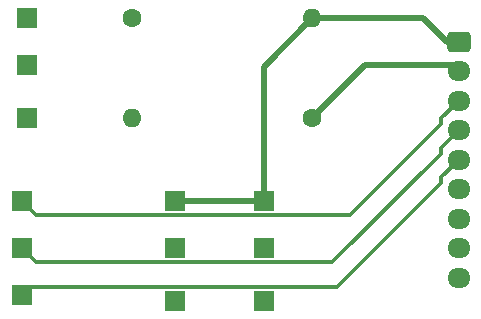
<source format=gbr>
%TF.GenerationSoftware,KiCad,Pcbnew,8.0.7*%
%TF.CreationDate,2024-12-27T16:43:22+10:00*%
%TF.ProjectId,Input Board 2,496e7075-7420-4426-9f61-726420322e6b,rev?*%
%TF.SameCoordinates,Original*%
%TF.FileFunction,Copper,L2,Bot*%
%TF.FilePolarity,Positive*%
%FSLAX46Y46*%
G04 Gerber Fmt 4.6, Leading zero omitted, Abs format (unit mm)*
G04 Created by KiCad (PCBNEW 8.0.7) date 2024-12-27 16:43:22*
%MOMM*%
%LPD*%
G01*
G04 APERTURE LIST*
G04 Aperture macros list*
%AMRoundRect*
0 Rectangle with rounded corners*
0 $1 Rounding radius*
0 $2 $3 $4 $5 $6 $7 $8 $9 X,Y pos of 4 corners*
0 Add a 4 corners polygon primitive as box body*
4,1,4,$2,$3,$4,$5,$6,$7,$8,$9,$2,$3,0*
0 Add four circle primitives for the rounded corners*
1,1,$1+$1,$2,$3*
1,1,$1+$1,$4,$5*
1,1,$1+$1,$6,$7*
1,1,$1+$1,$8,$9*
0 Add four rect primitives between the rounded corners*
20,1,$1+$1,$2,$3,$4,$5,0*
20,1,$1+$1,$4,$5,$6,$7,0*
20,1,$1+$1,$6,$7,$8,$9,0*
20,1,$1+$1,$8,$9,$2,$3,0*%
G04 Aperture macros list end*
%TA.AperFunction,ComponentPad*%
%ADD10R,1.700000X1.700000*%
%TD*%
%TA.AperFunction,ComponentPad*%
%ADD11C,1.600000*%
%TD*%
%TA.AperFunction,ComponentPad*%
%ADD12O,1.600000X1.600000*%
%TD*%
%TA.AperFunction,ComponentPad*%
%ADD13RoundRect,0.250000X-0.725000X0.600000X-0.725000X-0.600000X0.725000X-0.600000X0.725000X0.600000X0*%
%TD*%
%TA.AperFunction,ComponentPad*%
%ADD14O,1.950000X1.700000*%
%TD*%
%TA.AperFunction,Conductor*%
%ADD15C,0.300000*%
%TD*%
%TA.AperFunction,Conductor*%
%ADD16C,0.500000*%
%TD*%
G04 APERTURE END LIST*
D10*
%TO.P,J4,1,Pin_1*%
%TO.N,T4*%
X108500000Y-111000000D03*
%TD*%
D11*
%TO.P,R1,1*%
%TO.N,+3.3V*%
X133120000Y-96000000D03*
D12*
%TO.P,R1,2*%
%TO.N,Net-(J6-Pin_1)*%
X117880000Y-96000000D03*
%TD*%
D10*
%TO.P,J12,1,Pin_1*%
%TO.N,+5V*%
X121500000Y-103000000D03*
%TD*%
%TO.P,J10,1,Pin_1*%
%TO.N,GND*%
X129000000Y-111500000D03*
%TD*%
%TO.P,J3,1,Pin_1*%
%TO.N,T3*%
X108500000Y-107000000D03*
%TD*%
D11*
%TO.P,R2,1*%
%TO.N,Net-(J7-Pin_1)*%
X117880000Y-87500000D03*
D12*
%TO.P,R2,2*%
%TO.N,+5V*%
X133120000Y-87500000D03*
%TD*%
D13*
%TO.P,J1,1,1*%
%TO.N,+5V*%
X145500000Y-89500000D03*
D14*
%TO.P,J1,2,2*%
%TO.N,+3.3V*%
X145500000Y-92000000D03*
%TO.P,J1,3,3*%
%TO.N,T2*%
X145500000Y-94500000D03*
%TO.P,J1,4,4*%
%TO.N,T3*%
X145500000Y-97000000D03*
%TO.P,J1,5,5*%
%TO.N,T4*%
X145500000Y-99500000D03*
%TO.P,J1,6,6*%
%TO.N,A0*%
X145500000Y-102000000D03*
%TO.P,J1,7,7*%
%TO.N,D9*%
X145500000Y-104500000D03*
%TO.P,J1,8,8*%
%TO.N,D8*%
X145500000Y-107000000D03*
%TO.P,J1,9,9*%
%TO.N,GND*%
X145500000Y-109500000D03*
%TD*%
D10*
%TO.P,J6,1,Pin_1*%
%TO.N,Net-(J6-Pin_1)*%
X109000000Y-96000000D03*
%TD*%
%TO.P,J7,1,Pin_1*%
%TO.N,Net-(J7-Pin_1)*%
X109000000Y-87500000D03*
%TD*%
%TO.P,J8,1,Pin_1*%
%TO.N,D9*%
X129000000Y-107000000D03*
%TD*%
%TO.P,J11,1,Pin_1*%
%TO.N,D8*%
X121500000Y-107000000D03*
%TD*%
%TO.P,J2,1,Pin_1*%
%TO.N,T2*%
X108500000Y-103000000D03*
%TD*%
%TO.P,J5,1,Pin_1*%
%TO.N,A0*%
X109000000Y-91500000D03*
%TD*%
%TO.P,J9,1,Pin_1*%
%TO.N,+5V*%
X129000000Y-103000000D03*
%TD*%
%TO.P,J13,1,Pin_1*%
%TO.N,GND*%
X121500000Y-111500000D03*
%TD*%
D15*
%TO.N,T2*%
X144000000Y-96500000D02*
X136300000Y-104200000D01*
X136300000Y-104200000D02*
X109700000Y-104200000D01*
X144000000Y-96500000D02*
X144000000Y-96000000D01*
X144000000Y-96000000D02*
X145500000Y-94500000D01*
X109700000Y-104200000D02*
X108500000Y-103000000D01*
%TO.N,T4*%
X144000000Y-101000000D02*
X144000000Y-101500000D01*
X145500000Y-99500000D02*
X144000000Y-101000000D01*
X109200000Y-110300000D02*
X108500000Y-111000000D01*
X135200000Y-110300000D02*
X109200000Y-110300000D01*
X144000000Y-101500000D02*
X135200000Y-110300000D01*
%TO.N,T3*%
X145500000Y-97000000D02*
X144000000Y-98500000D01*
X144000000Y-98500000D02*
X144000000Y-99000000D01*
X109700000Y-108200000D02*
X108500000Y-107000000D01*
X134800000Y-108200000D02*
X109700000Y-108200000D01*
D16*
%TO.N,+3.3V*%
X137620000Y-91500000D02*
X145000000Y-91500000D01*
X145000000Y-91500000D02*
X145500000Y-92000000D01*
X133120000Y-96000000D02*
X137620000Y-91500000D01*
%TO.N,+5V*%
X133120000Y-87500000D02*
X129000000Y-91620000D01*
X142500000Y-87500000D02*
X144500000Y-89500000D01*
X129000000Y-91620000D02*
X129000000Y-103000000D01*
X133120000Y-87500000D02*
X142500000Y-87500000D01*
X144500000Y-89500000D02*
X145500000Y-89500000D01*
X129000000Y-103000000D02*
X121500000Y-103000000D01*
D15*
%TO.N,T3*%
X144000000Y-99000000D02*
X134800000Y-108200000D01*
%TD*%
M02*

</source>
